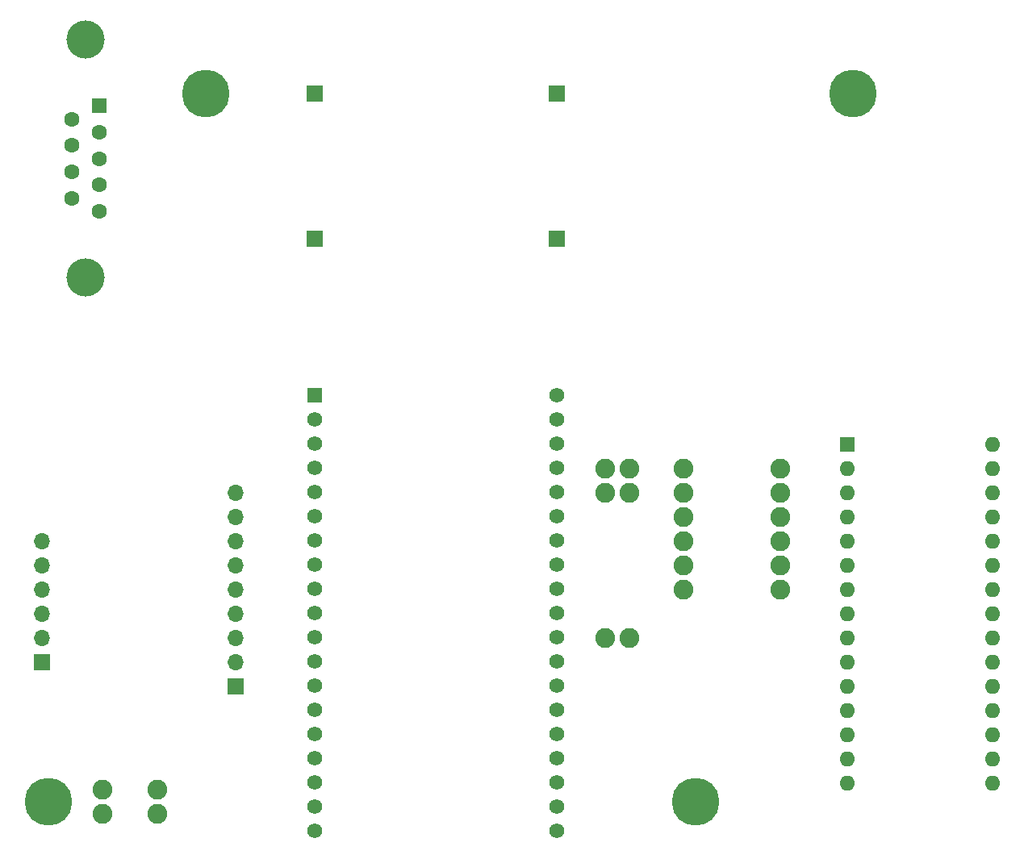
<source format=gbs>
G04 #@! TF.GenerationSoftware,KiCad,Pcbnew,(6.0.4)*
G04 #@! TF.CreationDate,2022-04-10T11:41:21+03:00*
G04 #@! TF.ProjectId,volvo_bt_board,766f6c76-6f5f-4627-945f-626f6172642e,rev?*
G04 #@! TF.SameCoordinates,Original*
G04 #@! TF.FileFunction,Soldermask,Bot*
G04 #@! TF.FilePolarity,Negative*
%FSLAX46Y46*%
G04 Gerber Fmt 4.6, Leading zero omitted, Abs format (unit mm)*
G04 Created by KiCad (PCBNEW (6.0.4)) date 2022-04-10 11:41:21*
%MOMM*%
%LPD*%
G01*
G04 APERTURE LIST*
%ADD10C,5.000000*%
%ADD11R,1.700000X1.700000*%
%ADD12C,2.082800*%
%ADD13R,1.600000X1.600000*%
%ADD14O,1.600000X1.600000*%
%ADD15O,1.700000X1.700000*%
%ADD16C,4.000000*%
%ADD17C,1.600000*%
%ADD18R,1.560000X1.560000*%
%ADD19C,1.560000*%
G04 APERTURE END LIST*
D10*
X144780000Y-132080000D03*
D11*
X130175000Y-73025000D03*
X104775000Y-73025000D03*
D10*
X93345000Y-57785000D03*
D11*
X104775000Y-57785000D03*
D12*
X135255000Y-97155000D03*
X137795000Y-97155000D03*
D10*
X161290000Y-57785000D03*
D13*
X160665000Y-94615000D03*
D14*
X160665000Y-97155000D03*
X160665000Y-99695000D03*
X160665000Y-102235000D03*
X160665000Y-104775000D03*
X160665000Y-107315000D03*
X160665000Y-109855000D03*
X160665000Y-112395000D03*
X160665000Y-114935000D03*
X160665000Y-117475000D03*
X160665000Y-120015000D03*
X160665000Y-122555000D03*
X160665000Y-125095000D03*
X160665000Y-127635000D03*
X160665000Y-130175000D03*
X175905000Y-130175000D03*
X175905000Y-127635000D03*
X175905000Y-125095000D03*
X175905000Y-122555000D03*
X175905000Y-120015000D03*
X175905000Y-117475000D03*
X175905000Y-114935000D03*
X175905000Y-112395000D03*
X175905000Y-109855000D03*
X175905000Y-107315000D03*
X175905000Y-104775000D03*
X175905000Y-102235000D03*
X175905000Y-99695000D03*
X175905000Y-97155000D03*
X175905000Y-94615000D03*
D12*
X88265000Y-130810000D03*
X88265000Y-133350000D03*
D11*
X96520000Y-120005000D03*
D15*
X96520000Y-117465000D03*
X96520000Y-114925000D03*
X96520000Y-112385000D03*
X96520000Y-109845000D03*
X96520000Y-107305000D03*
X96520000Y-104765000D03*
X96520000Y-102225000D03*
X96520000Y-99685000D03*
D10*
X76835000Y-132080000D03*
D12*
X143510000Y-104775000D03*
X153670000Y-104775000D03*
X153670000Y-102235000D03*
X153670000Y-97155000D03*
X153670000Y-99695000D03*
X153670000Y-107315000D03*
X153670000Y-109855000D03*
X143510000Y-102235000D03*
X143510000Y-97155000D03*
X143510000Y-99695000D03*
X143510000Y-107315000D03*
X143510000Y-109855000D03*
D16*
X80770331Y-52095000D03*
X80770331Y-77095000D03*
D13*
X82190331Y-59055000D03*
D17*
X82190331Y-61825000D03*
X82190331Y-64595000D03*
X82190331Y-67365000D03*
X82190331Y-70135000D03*
X79350331Y-60440000D03*
X79350331Y-63210000D03*
X79350331Y-65980000D03*
X79350331Y-68750000D03*
D18*
X104775000Y-89460000D03*
D19*
X104775000Y-92000000D03*
X104775000Y-94540000D03*
X104775000Y-97080000D03*
X104775000Y-99620000D03*
X104775000Y-102160000D03*
X104775000Y-104700000D03*
X104775000Y-107240000D03*
X104775000Y-109780000D03*
X104775000Y-112320000D03*
X104775000Y-114860000D03*
X104775000Y-117400000D03*
X104775000Y-119940000D03*
X104775000Y-122480000D03*
X104775000Y-125020000D03*
X104775000Y-127560000D03*
X104775000Y-130100000D03*
X104775000Y-132640000D03*
X104775000Y-135180000D03*
X130175000Y-89460000D03*
X130175000Y-92000000D03*
X130175000Y-94540000D03*
X130175000Y-97080000D03*
X130175000Y-99620000D03*
X130175000Y-102160000D03*
X130175000Y-104700000D03*
X130175000Y-107240000D03*
X130175000Y-109780000D03*
X130175000Y-112320000D03*
X130175000Y-114860000D03*
X130175000Y-117400000D03*
X130175000Y-119940000D03*
X130175000Y-122480000D03*
X130175000Y-125020000D03*
X130175000Y-127560000D03*
X130175000Y-130100000D03*
X130175000Y-132640000D03*
X130175000Y-135180000D03*
D12*
X82550000Y-133350000D03*
X82550000Y-130810000D03*
X137795000Y-99695000D03*
X135255000Y-99695000D03*
D11*
X130175000Y-57785000D03*
D12*
X135255000Y-114935000D03*
X137795000Y-114935000D03*
D11*
X76200000Y-117465000D03*
D15*
X76200000Y-114925000D03*
X76200000Y-112385000D03*
X76200000Y-109845000D03*
X76200000Y-107305000D03*
X76200000Y-104765000D03*
M02*

</source>
